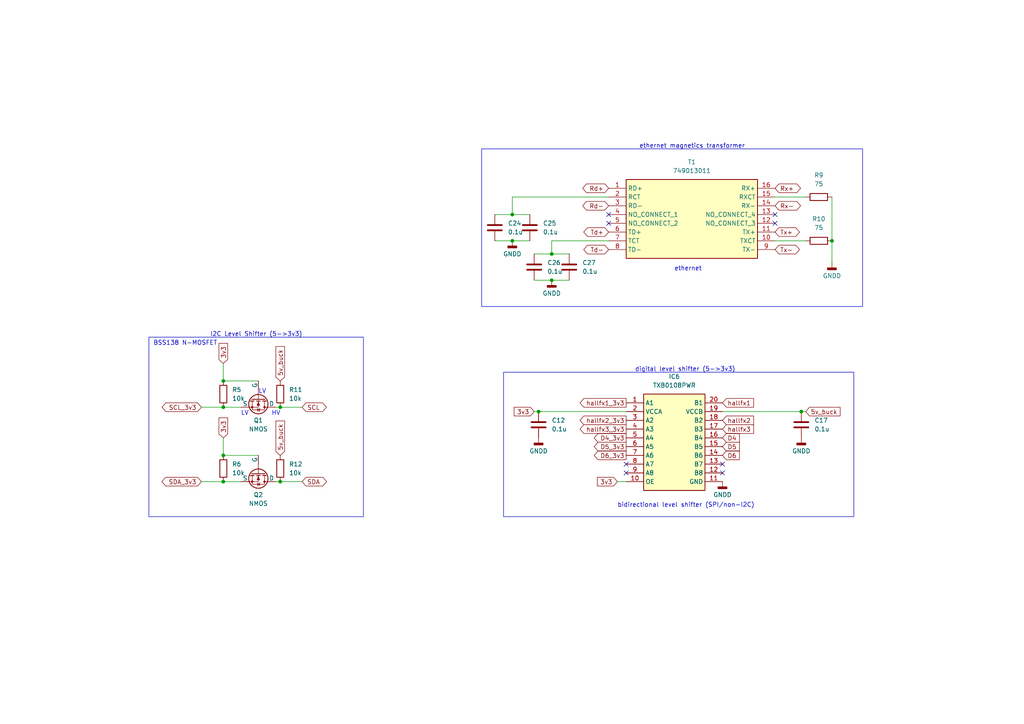
<source format=kicad_sch>
(kicad_sch (version 20230121) (generator eeschema)
  (paper "A4")
  (lib_symbols
    (symbol "21xt_symbols:749013011"
      (property "Reference" "T" (at 44.45 7.62 0))
      (property "Value" "749013011" (at 44.45 5.08 0))
      (symbol "749013011_1_1"
        (rectangle (start 5.08 2.54) (end 43.18 -20.32) (stroke (width 0.254)) (fill (type background)))
        (pin passive line (at 0 0 0) (length 5.08) (name "RD+") (number "1"))
        (pin passive line (at 48.26 -15.24 180) (length 5.08) (name "TXCT") (number "10"))
        (pin passive line (at 48.26 -12.7 180) (length 5.08) (name "TX+") (number "11"))
        (pin passive line (at 48.26 -10.16 180) (length 5.08) (name "NO_CONNECT_3") (number "12"))
        (pin passive line (at 48.26 -7.62 180) (length 5.08) (name "NO_CONNECT_4") (number "13"))
        (pin passive line (at 48.26 -5.08 180) (length 5.08) (name "RX-") (number "14"))
        (pin passive line (at 48.26 -2.54 180) (length 5.08) (name "RXCT") (number "15"))
        (pin passive line (at 48.26 0 180) (length 5.08) (name "RX+") (number "16"))
        (pin passive line (at 0 -2.54 0) (length 5.08) (name "RCT") (number "2"))
        (pin passive line (at 0 -5.08 0) (length 5.08) (name "RD-") (number "3"))
        (pin passive line (at 0 -7.62 0) (length 5.08) (name "NO_CONNECT_1") (number "4"))
        (pin passive line (at 0 -10.16 0) (length 5.08) (name "NO_CONNECT_2") (number "5"))
        (pin passive line (at 0 -12.7 0) (length 5.08) (name "TD+") (number "6"))
        (pin passive line (at 0 -15.24 0) (length 5.08) (name "TCT") (number "7"))
        (pin passive line (at 0 -17.78 0) (length 5.08) (name "TD-") (number "8"))
        (pin passive line (at 48.26 -17.78 180) (length 5.08) (name "TX-") (number "9"))
      )
    )
    (symbol "21xt_symbols:TXB0108PWR"
      (property "Reference" "IC" (at 24.13 7.62 0))
      (property "Value" "TXB0108PWR" (at 24.13 5.08 0))
      (symbol "TXB0108PWR_1_1"
        (rectangle (start 5.08 2.54) (end 22.86 -25.4) (stroke (width 0.254)) (fill (type background)))
        (pin passive line (at 0 0 0) (length 5.08) (name "A1") (number "1"))
        (pin passive line (at 0 -22.86 0) (length 5.08) (name "OE") (number "10"))
        (pin passive line (at 27.94 -22.86 180) (length 5.08) (name "GND") (number "11"))
        (pin passive line (at 27.94 -20.32 180) (length 5.08) (name "B8") (number "12"))
        (pin passive line (at 27.94 -17.78 180) (length 5.08) (name "B7") (number "13"))
        (pin passive line (at 27.94 -15.24 180) (length 5.08) (name "B6") (number "14"))
        (pin passive line (at 27.94 -12.7 180) (length 5.08) (name "B5") (number "15"))
        (pin passive line (at 27.94 -10.16 180) (length 5.08) (name "B4") (number "16"))
        (pin passive line (at 27.94 -7.62 180) (length 5.08) (name "B3") (number "17"))
        (pin passive line (at 27.94 -5.08 180) (length 5.08) (name "B2") (number "18"))
        (pin passive line (at 27.94 -2.54 180) (length 5.08) (name "VCCB") (number "19"))
        (pin passive line (at 0 -2.54 0) (length 5.08) (name "VCCA") (number "2"))
        (pin passive line (at 27.94 0 180) (length 5.08) (name "B1") (number "20"))
        (pin passive line (at 0 -5.08 0) (length 5.08) (name "A2") (number "3"))
        (pin passive line (at 0 -7.62 0) (length 5.08) (name "A3") (number "4"))
        (pin passive line (at 0 -10.16 0) (length 5.08) (name "A4") (number "5"))
        (pin passive line (at 0 -12.7 0) (length 5.08) (name "A5") (number "6"))
        (pin passive line (at 0 -15.24 0) (length 5.08) (name "A6") (number "7"))
        (pin passive line (at 0 -17.78 0) (length 5.08) (name "A7") (number "8"))
        (pin passive line (at 0 -20.32 0) (length 5.08) (name "A8") (number "9"))
      )
    )
    (symbol "Device:C" (pin_numbers hide) (pin_names (offset 0.254))
      (property "Reference" "C" (at 0.635 2.54 0))
      (property "Value" "C" (at 0.635 -2.54 0))
      (symbol "C_0_1"
        (polyline (pts (xy -2.032 -0.762) (xy 2.032 -0.762)) (stroke (width 0.508)))
        (polyline (pts (xy -2.032 0.762) (xy 2.032 0.762)) (stroke (width 0.508)))
      )
      (symbol "C_1_1"
        (pin passive line (at 0 3.81 270) (length 2.794) (name "~") (number "1"))
        (pin passive line (at 0 -3.81 90) (length 2.794) (name "~") (number "2"))
      )
    )
    (symbol "Device:R" (pin_numbers hide) (pin_names (offset 0))
      (property "Reference" "R" (at 2.032 0 90))
      (property "Value" "R" (at 0 0 90))
      (symbol "R_0_1"
        (rectangle (start -1.016 -2.54) (end 1.016 2.54) (stroke (width 0.254)))
      )
      (symbol "R_1_1"
        (pin passive line (at 0 3.81 270) (length 1.27) (name "~") (number "1"))
        (pin passive line (at 0 -3.81 90) (length 1.27) (name "~") (number "2"))
      )
    )
    (symbol "Simulation_SPICE:NMOS" (pin_numbers hide) (pin_names (offset 0))
      (property "Reference" "Q" (at 5.08 1.27 0))
      (property "Value" "NMOS" (at 5.08 -1.27 0))
      (symbol "NMOS_0_1"
        (polyline (pts (xy 0.254 0) (xy -2.54 0)))
        (polyline (pts (xy 0.254 1.905) (xy 0.254 -1.905)) (stroke (width 0.254)))
        (polyline (pts (xy 0.762 -1.27) (xy 0.762 -2.286)) (stroke (width 0.254)))
        (polyline (pts (xy 0.762 0.508) (xy 0.762 -0.508)) (stroke (width 0.254)))
        (polyline (pts (xy 0.762 2.286) (xy 0.762 1.27)) (stroke (width 0.254)))
        (polyline (pts (xy 2.54 2.54) (xy 2.54 1.778)))
        (polyline (pts (xy 2.54 -2.54) (xy 2.54 0) (xy 0.762 0)))
        (polyline (pts (xy 0.762 -1.778) (xy 3.302 -1.778) (xy 3.302 1.778) (xy 0.762 1.778)))
        (polyline (pts (xy 1.016 0) (xy 2.032 0.381) (xy 2.032 -0.381) (xy 1.016 0)) (fill (type outline)))
        (polyline (pts (xy 2.794 0.508) (xy 2.921 0.381) (xy 3.683 0.381) (xy 3.81 0.254)))
        (polyline (pts (xy 3.302 0.381) (xy 2.921 -0.254) (xy 3.683 -0.254) (xy 3.302 0.381)))
        (circle (center 1.651 0) (radius 2.794) (stroke (width 0.254)))
        (circle (center 2.54 -1.778) (radius 0.254) (fill (type outline)))
        (circle (center 2.54 1.778) (radius 0.254) (fill (type outline)))
      )
      (symbol "NMOS_1_1"
        (pin passive line (at 2.54 5.08 270) (length 2.54) (name "D") (number "1"))
        (pin input line (at -5.08 0 0) (length 2.54) (name "G") (number "2"))
        (pin passive line (at 2.54 -5.08 90) (length 2.54) (name "S") (number "3"))
      )
    )
    (symbol "power:GNDD" (power) (pin_names (offset 0))
      (property "Value" "GNDD" (at 0 -3.175 0))
      (symbol "GNDD_0_1"
        (rectangle (start -1.27 -1.524) (end 1.27 -2.032) (stroke (width 0.254)) (fill (type outline)))
        (polyline (pts (xy 0 0) (xy 0 -1.524)))
      )
      (symbol "GNDD_1_1"
        (pin power_in line (at 0 0 270) (length 0) hide (name "GNDD") (number "1"))
      )
    )
  )
  (junction (at 81.28 118.11))
  (junction (at 241.3 69.85))
  (junction (at 81.28 139.7))
  (junction (at 64.77 118.11))
  (junction (at 148.59 62.23))
  (junction (at 64.77 139.7))
  (junction (at 64.77 132.08))
  (junction (at 148.59 69.85))
  (junction (at 232.41 119.38))
  (junction (at 160.02 81.28))
  (junction (at 160.02 73.66))
  (junction (at 64.77 110.49))
  (junction (at 156.21 119.38))
  (no_connect (at 224.79 62.23))
  (no_connect (at 209.55 137.16))
  (no_connect (at 181.61 137.16))
  (no_connect (at 209.55 134.62))
  (no_connect (at 224.79 64.77))
  (no_connect (at 176.53 62.23))
  (no_connect (at 181.61 134.62))
  (no_connect (at 176.53 64.77))
  (wire (pts (xy 143.51 69.85) (xy 148.59 69.85)))
  (wire (pts (xy 64.77 139.7) (xy 69.85 139.7)))
  (wire (pts (xy 233.68 69.85) (xy 224.79 69.85)))
  (wire (pts (xy 87.63 118.11) (xy 81.28 118.11)))
  (wire (pts (xy 241.3 57.15) (xy 241.3 69.85)))
  (wire (pts (xy 143.51 62.23) (xy 148.59 62.23)))
  (wire (pts (xy 148.59 62.23) (xy 153.67 62.23)))
  (wire (pts (xy 241.3 69.85) (xy 241.3 76.2)))
  (wire (pts (xy 232.41 119.38) (xy 233.68 119.38)))
  (wire (pts (xy 148.59 57.15) (xy 148.59 62.23)))
  (wire (pts (xy 64.77 105.41) (xy 64.77 110.49)))
  (wire (pts (xy 160.02 81.28) (xy 165.1 81.28)))
  (wire (pts (xy 64.77 127) (xy 64.77 132.08)))
  (wire (pts (xy 148.59 69.85) (xy 153.67 69.85)))
  (wire (pts (xy 160.02 73.66) (xy 165.1 73.66)))
  (wire (pts (xy 58.42 118.11) (xy 64.77 118.11)))
  (wire (pts (xy 224.79 57.15) (xy 233.68 57.15)))
  (wire (pts (xy 81.28 139.7) (xy 80.01 139.7)))
  (wire (pts (xy 154.94 81.28) (xy 160.02 81.28)))
  (wire (pts (xy 154.94 119.38) (xy 156.21 119.38)))
  (wire (pts (xy 179.07 139.7) (xy 181.61 139.7)))
  (wire (pts (xy 81.28 118.11) (xy 80.01 118.11)))
  (wire (pts (xy 64.77 110.49) (xy 74.93 110.49)))
  (wire (pts (xy 64.77 118.11) (xy 69.85 118.11)))
  (wire (pts (xy 176.53 57.15) (xy 148.59 57.15)))
  (wire (pts (xy 176.53 69.85) (xy 160.02 69.85)))
  (wire (pts (xy 58.42 139.7) (xy 64.77 139.7)))
  (wire (pts (xy 209.55 119.38) (xy 232.41 119.38)))
  (wire (pts (xy 160.02 69.85) (xy 160.02 73.66)))
  (wire (pts (xy 156.21 119.38) (xy 181.61 119.38)))
  (wire (pts (xy 64.77 132.08) (xy 74.93 132.08)))
  (wire (pts (xy 87.63 139.7) (xy 81.28 139.7)))
  (wire (pts (xy 154.94 73.66) (xy 160.02 73.66)))
  (rectangle (start 43.18 97.79) (end 105.41 149.86))
  (rectangle (start 146.05 107.95) (end 247.65 149.86))
  (rectangle (start 139.7 43.18) (end 250.19 88.9))
  (text "I2C Level Shifter (5->3v3)" (at 60.96 97.79 0) (effects (font (size 1.27 1.27)) (justify left bottom)))
  (text "ethernet magnetics transformer" (at 185.42 43.18 0) (effects (font (size 1.27 1.27)) (justify left bottom)))
  (text "HV" (at 78.74 120.65 0) (effects (font (size 1.27 1.27)) (justify left bottom)))
  (text "digital level shifter (5->3v3)" (at 184.15 107.95 0) (effects (font (size 1.27 1.27)) (justify left bottom)))
  (text "LV" (at 74.93 114.3 0) (effects (font (size 1.27 1.27)) (justify left bottom)))
  (text "bidirectional level shifter (SPI/non-I2C)" (at 179.07 147.32 0) (effects (font (size 1.27 1.27)) (justify left bottom)))
  (text "LV" (at 69.85 120.65 0) (effects (font (size 1.27 1.27)) (justify left bottom)))
  (text "BSS138 N-MOSFET" (at 44.45 100.33 0) (effects (font (size 1.27 1.27)) (justify left bottom)))
  (text "ethernet" (at 195.58 78.74 0) (effects (font (size 1.27 1.27)) (justify left bottom)))
  (global_label "Td-" (shape bidirectional) (at 176.53 72.39 180) (property "Intersheetrefs" "${INTERSHEET_REFS}" (effects hide)))
  (global_label "Tx+" (shape bidirectional) (at 224.79 67.31 0) (property "Intersheetrefs" "${INTERSHEET_REFS}" (effects hide)))
  (global_label "SCL_3v3" (shape bidirectional) (at 58.42 118.11 180) (property "Intersheetrefs" "${INTERSHEET_REFS}" (effects hide)))
  (global_label "hallfx3" (shape input) (at 209.55 124.46 0) (property "Intersheetrefs" "${INTERSHEET_REFS}" (effects hide)))
  (global_label "5v_buck" (shape input) (at 233.68 119.38 0) (property "Intersheetrefs" "${INTERSHEET_REFS}" (effects hide)))
  (global_label "hallfx1" (shape input) (at 209.55 116.84 0) (property "Intersheetrefs" "${INTERSHEET_REFS}" (effects hide)))
  (global_label "Rd+" (shape bidirectional) (at 176.53 54.61 180) (property "Intersheetrefs" "${INTERSHEET_REFS}" (effects hide)))
  (global_label "Rd-" (shape bidirectional) (at 176.53 59.69 180) (property "Intersheetrefs" "${INTERSHEET_REFS}" (effects hide)))
  (global_label "5v_buck" (shape input) (at 81.28 132.08 90) (property "Intersheetrefs" "${INTERSHEET_REFS}" (effects hide)))
  (global_label "hallfx2" (shape input) (at 209.55 121.92 0) (property "Intersheetrefs" "${INTERSHEET_REFS}" (effects hide)))
  (global_label "5v_buck" (shape input) (at 81.28 110.49 90) (property "Intersheetrefs" "${INTERSHEET_REFS}" (effects hide)))
  (global_label "SDA" (shape bidirectional) (at 87.63 139.7 0) (property "Intersheetrefs" "${INTERSHEET_REFS}" (effects hide)))
  (global_label "3v3" (shape input) (at 64.77 127 90) (property "Intersheetrefs" "${INTERSHEET_REFS}" (effects hide)))
  (global_label "Td+" (shape bidirectional) (at 176.53 67.31 180) (property "Intersheetrefs" "${INTERSHEET_REFS}" (effects hide)))
  (global_label "SDA_3v3" (shape bidirectional) (at 58.42 139.7 180) (property "Intersheetrefs" "${INTERSHEET_REFS}" (effects hide)))
  (global_label "3v3" (shape input) (at 154.94 119.38 180) (property "Intersheetrefs" "${INTERSHEET_REFS}" (effects hide)))
  (global_label "D5" (shape input) (at 209.55 129.54 0) (property "Intersheetrefs" "${INTERSHEET_REFS}" (effects hide)))
  (global_label "Rx-" (shape bidirectional) (at 224.79 59.69 0) (property "Intersheetrefs" "${INTERSHEET_REFS}" (effects hide)))
  (global_label "D4_3v3" (shape output) (at 181.61 127 180) (property "Intersheetrefs" "${INTERSHEET_REFS}" (effects hide)))
  (global_label "D6_3v3" (shape output) (at 181.61 132.08 180) (property "Intersheetrefs" "${INTERSHEET_REFS}" (effects hide)))
  (global_label "3v3" (shape input) (at 179.07 139.7 180) (property "Intersheetrefs" "${INTERSHEET_REFS}" (effects hide)))
  (global_label "D5_3v3" (shape output) (at 181.61 129.54 180) (property "Intersheetrefs" "${INTERSHEET_REFS}" (effects hide)))
  (global_label "3v3" (shape input) (at 64.77 105.41 90) (property "Intersheetrefs" "${INTERSHEET_REFS}" (effects hide)))
  (global_label "D4" (shape input) (at 209.55 127 0) (property "Intersheetrefs" "${INTERSHEET_REFS}" (effects hide)))
  (global_label "hallfx3_3v3" (shape output) (at 181.61 124.46 180) (property "Intersheetrefs" "${INTERSHEET_REFS}" (effects hide)))
  (global_label "SCL" (shape bidirectional) (at 87.63 118.11 0) (property "Intersheetrefs" "${INTERSHEET_REFS}" (effects hide)))
  (global_label "hallfx2_3v3" (shape output) (at 181.61 121.92 180) (property "Intersheetrefs" "${INTERSHEET_REFS}" (effects hide)))
  (global_label "Tx-" (shape bidirectional) (at 224.79 72.39 0) (property "Intersheetrefs" "${INTERSHEET_REFS}" (effects hide)))
  (global_label "hallfx1_3v3" (shape output) (at 181.61 116.84 180) (property "Intersheetrefs" "${INTERSHEET_REFS}" (effects hide)))
  (global_label "Rx+" (shape bidirectional) (at 224.79 54.61 0) (property "Intersheetrefs" "${INTERSHEET_REFS}" (effects hide)))
  (global_label "D6" (shape input) (at 209.55 132.08 0) (property "Intersheetrefs" "${INTERSHEET_REFS}" (effects hide)))
  (symbol (lib_id "power:GNDD") (at 156.21 127 0) (unit 1)
    (property "Reference" "#PWR07" (effects hide))
    (property "Value" "GNDD" (at 156.21 130.81 0))
  )
  (symbol (lib_id "21xt_symbols:749013011") (at 176.53 54.61 0) (unit 1)
    (property "Reference" "T1" (at 200.66 46.99 0))
    (property "Value" "749013011" (at 200.66 49.53 0))
    (property "Footprint" "21xt_footprints:749013011" (effects hide))
    (property "Datasheet" "https://www.we-online.de/katalog/datasheet/749013011.pdf" (effects hide))
    (property "Height" "5.33" (effects hide))
    (property "Mouser Part Number" "710-749013011" (effects hide))
    (property "Mouser Price/Stock" "https://www.mouser.co.uk/ProductDetail/Wurth-Elektronik/749013011?qs=2sV1BwmkawRYxGj1O9AWzA%3D%3D" (effects hide))
    (property "Manufacturer_Name" "Wurth Elektronik" (effects hide))
    (property "Manufacturer_Part_Number" "749013011" (effects hide))
  )
  (symbol (lib_id "power:GNDD") (at 209.55 139.7 0) (unit 1)
    (property "Reference" "#PWR011" (effects hide))
    (property "Value" "GNDD" (at 209.55 143.51 0))
  )
  (symbol (lib_id "Device:C") (at 153.67 66.04 0) (unit 1)
    (property "Reference" "C25" (at 157.48 64.77 0) (effects (justify left)))
    (property "Value" "0.1u" (at 157.48 67.31 0) (effects (justify left)))
    (property "Footprint" "Capacitor_SMD:C_0603_1608Metric" (effects hide))
  )
  (symbol (lib_id "power:GNDD") (at 160.02 81.28 0) (unit 1)
    (property "Reference" "#PWR035" (effects hide))
    (property "Value" "GNDD" (at 160.02 85.09 0))
  )
  (symbol (lib_id "power:GNDD") (at 232.41 127 0) (unit 1)
    (property "Reference" "#PWR015" (effects hide))
    (property "Value" "GNDD" (at 232.41 130.81 0))
  )
  (symbol (lib_id "Device:R") (at 64.77 135.89 0) (unit 1)
    (property "Reference" "R6" (at 67.31 134.62 0) (effects (justify left)))
    (property "Value" "10k" (at 67.31 137.16 0) (effects (justify left)))
  )
  (symbol (lib_id "power:GNDD") (at 148.59 69.85 0) (unit 1)
    (property "Reference" "#PWR030" (effects hide))
    (property "Value" "GNDD" (at 148.59 73.66 0))
  )
  (symbol (lib_id "Device:C") (at 232.41 123.19 0) (unit 1)
    (property "Reference" "C17" (at 236.22 121.92 0) (effects (justify left)))
    (property "Value" "0.1u" (at 236.22 124.46 0) (effects (justify left)))
    (property "Footprint" "Capacitor_SMD:C_0603_1608Metric" (effects hide))
  )
  (symbol (lib_id "21xt_symbols:TXB0108PWR") (at 181.61 116.84 0) (unit 1)
    (property "Reference" "IC6" (at 195.58 109.22 0))
    (property "Value" "TXB0108PWR" (at 195.58 111.76 0))
    (property "Footprint" "21xt_footprints:SOP65P640X120-20N" (effects hide))
    (property "Datasheet" "http://www.ti.com/lit/ds/symlink/txb0108.pdf" (effects hide))
    (property "Height" "1.2" (effects hide))
    (property "Mouser Part Number" "595-TXB0108PWR" (effects hide))
    (property "Mouser Price/Stock" "https://www.mouser.co.uk/ProductDetail/Texas-Instruments/TXB0108PWR?qs=oFXvjAmG9EgEUWGWzOVFCA%3D%3D" (effects hide))
    (property "Manufacturer_Name" "Texas Instruments" (effects hide))
    (property "Manufacturer_Part_Number" "TXB0108PWR" (effects hide))
  )
  (symbol (lib_id "Simulation_SPICE:NMOS") (at 74.93 115.57 270) (unit 1)
    (property "Reference" "Q1" (at 74.93 121.92 90))
    (property "Value" "NMOS" (at 74.93 124.46 90))
    (property "Datasheet" "https://ngspice.sourceforge.io/docs/ngspice-manual.pdf" (effects hide))
    (property "Sim.Device" "NMOS" (effects hide))
    (property "Sim.Type" "VDMOS" (effects hide))
    (property "Sim.Pins" "1=D 2=G 3=S" (effects hide))
  )
  (symbol (lib_id "Device:C") (at 143.51 66.04 0) (unit 1)
    (property "Reference" "C24" (at 147.32 64.77 0) (effects (justify left)))
    (property "Value" "0.1u" (at 147.32 67.31 0) (effects (justify left)))
    (property "Footprint" "Capacitor_SMD:C_0603_1608Metric" (effects hide))
  )
  (symbol (lib_id "Device:C") (at 154.94 77.47 0) (unit 1)
    (property "Reference" "C26" (at 158.75 76.2 0) (effects (justify left)))
    (property "Value" "0.1u" (at 158.75 78.74 0) (effects (justify left)))
    (property "Footprint" "Capacitor_SMD:C_0603_1608Metric" (effects hide))
  )
  (symbol (lib_id "power:GNDD") (at 241.3 76.2 0) (unit 1)
    (property "Reference" "#PWR040" (effects hide))
    (property "Value" "GNDD" (at 241.3 80.01 0))
  )
  (symbol (lib_id "Device:C") (at 156.21 123.19 0) (unit 1)
    (property "Reference" "C12" (at 160.02 121.92 0) (effects (justify left)))
    (property "Value" "0.1u" (at 160.02 124.46 0) (effects (justify left)))
    (property "Footprint" "Capacitor_SMD:C_0603_1608Metric" (effects hide))
  )
  (symbol (lib_id "Device:R") (at 237.49 69.85 90) (unit 1)
    (property "Reference" "R10" (at 237.49 63.5 90))
    (property "Value" "75" (at 237.49 66.04 90))
    (property "Footprint" "Resistor_SMD:R_0603_1608Metric" (effects hide))
  )
  (symbol (lib_id "Device:R") (at 64.77 114.3 0) (unit 1)
    (property "Reference" "R5" (at 67.31 113.03 0) (effects (justify left)))
    (property "Value" "10k" (at 67.31 115.57 0) (effects (justify left)))
  )
  (symbol (lib_id "Device:R") (at 237.49 57.15 90) (unit 1)
    (property "Reference" "R9" (at 237.49 50.8 90))
    (property "Value" "75" (at 237.49 53.34 90))
    (property "Footprint" "Resistor_SMD:R_0603_1608Metric" (effects hide))
  )
  (symbol (lib_id "Device:R") (at 81.28 135.89 0) (unit 1)
    (property "Reference" "R12" (at 83.82 134.62 0) (effects (justify left)))
    (property "Value" "10k" (at 83.82 137.16 0) (effects (justify left)))
  )
  (symbol (lib_id "Device:R") (at 81.28 114.3 0) (unit 1)
    (property "Reference" "R11" (at 83.82 113.03 0) (effects (justify left)))
    (property "Value" "10k" (at 83.82 115.57 0) (effects (justify left)))
  )
  (symbol (lib_id "Device:C") (at 165.1 77.47 0) (unit 1)
    (property "Reference" "C27" (at 168.91 76.2 0) (effects (justify left)))
    (property "Value" "0.1u" (at 168.91 78.74 0) (effects (justify left)))
    (property "Footprint" "Capacitor_SMD:C_0603_1608Metric" (effects hide))
  )
  (symbol (lib_id "Simulation_SPICE:NMOS") (at 74.93 137.16 270) (unit 1)
    (property "Reference" "Q2" (at 74.93 143.51 90))
    (property "Value" "NMOS" (at 74.93 146.05 90))
    (property "Datasheet" "https://ngspice.sourceforge.io/docs/ngspice-manual.pdf" (effects hide))
    (property "Sim.Device" "NMOS" (effects hide))
    (property "Sim.Type" "VDMOS" (effects hide))
    (property "Sim.Pins" "1=D 2=G 3=S" (effects hide))
  )
)
</source>
